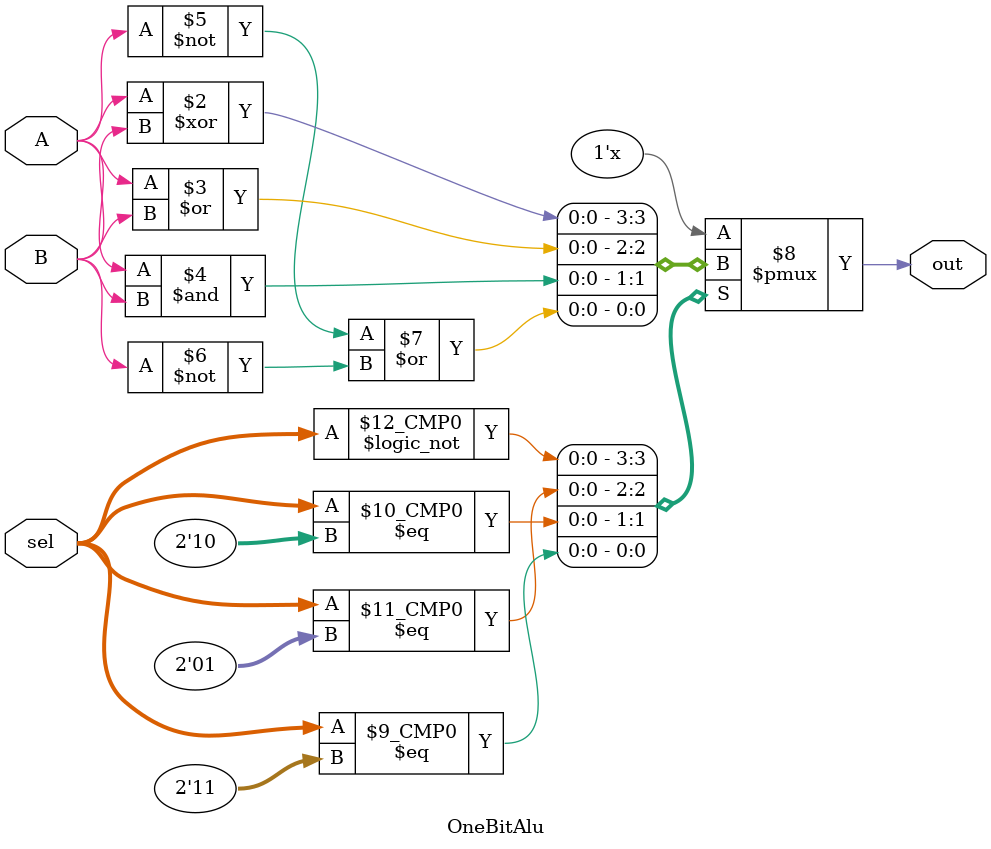
<source format=v>
module OneBitAlu (A,B,sel,out);
input A,B;
input [1:0] sel;
output reg out; // selection line
always @(*)
    begin
        case(sel) 
        2'b00: out = A^B;
        2'b01: out = A|B;
        2'b10: out = A&B;
        2'b11: out = ~A|~B;
        default: out = 0;
        endcase
    end
endmodule
</source>
